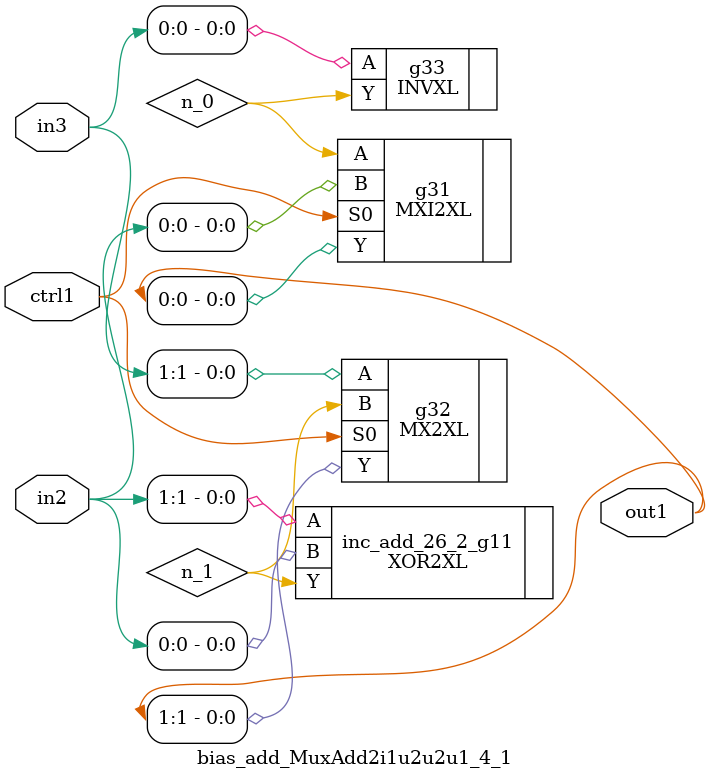
<source format=v>
`timescale 1ps / 1ps


module bias_add_MuxAdd2i1u2u2u1_4_1(in3, in2, ctrl1, out1);
  input [1:0] in3, in2;
  input ctrl1;
  output [1:0] out1;
  wire [1:0] in3, in2;
  wire ctrl1;
  wire [1:0] out1;
  wire n_0, n_1;
  MXI2XL g31(.A (n_0), .B (in2[0]), .S0 (ctrl1), .Y (out1[0]));
  MX2XL g32(.A (in3[1]), .B (n_1), .S0 (ctrl1), .Y (out1[1]));
  INVXL g33(.A (in3[0]), .Y (n_0));
  XOR2XL inc_add_26_2_g11(.A (in2[1]), .B (in2[0]), .Y (n_1));
endmodule



</source>
